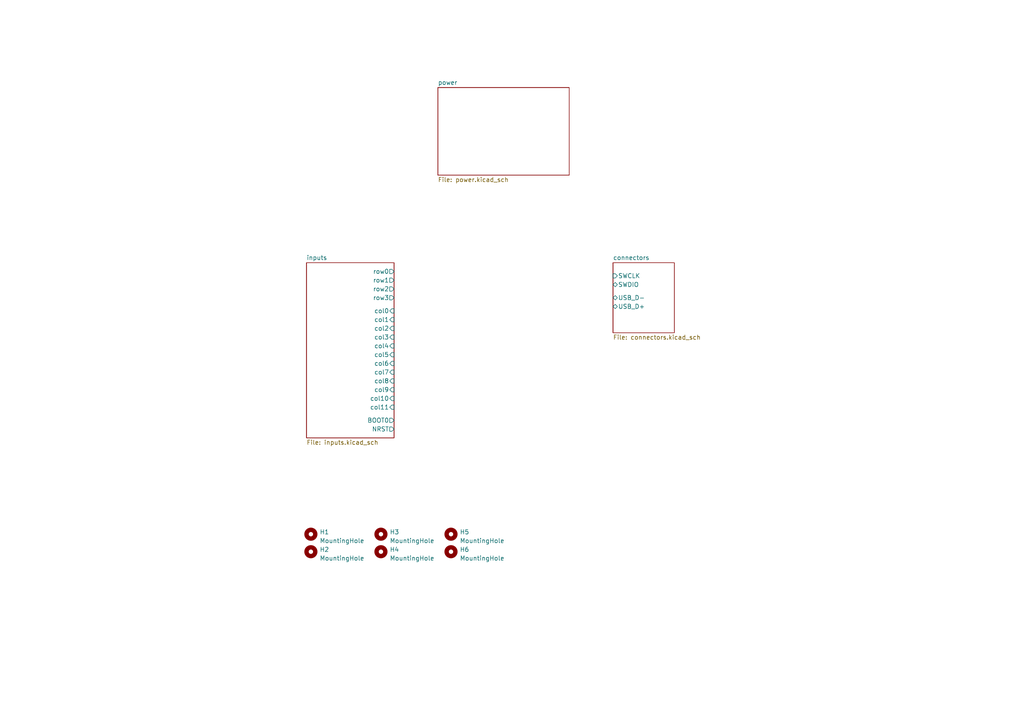
<source format=kicad_sch>
(kicad_sch (version 20230121) (generator eeschema)
  (paper "A4")
  (lib_symbols
    (symbol "Mechanical:MountingHole" (pin_names (offset 1.016))
      (property "Reference" "H" (at 0 5.08 0))
      (property "Value" "MountingHole" (at 0 3.175 0))
      (symbol "MountingHole_0_1"
        (circle (center 0 0) (radius 1.27) (stroke (width 1.27)))
      )
    )
  )
  (symbol (lib_id "Mechanical:MountingHole") (at 90.17 154.94 0) (unit 1)
    (property "Reference" "H1" (at 92.71 154.305 0) (effects (justify left)))
    (property "Value" "MountingHole" (at 92.71 156.845 0) (effects (justify left)))
    (property "Footprint" "MountingHole:MountingHole_3.2mm_M3" (effects hide))
  )
  (symbol (lib_id "Mechanical:MountingHole") (at 110.49 154.94 0) (unit 1)
    (property "Reference" "H3" (at 113.03 154.305 0) (effects (justify left)))
    (property "Value" "MountingHole" (at 113.03 156.845 0) (effects (justify left)))
    (property "Footprint" "MountingHole:MountingHole_3.2mm_M3" (effects hide))
  )
  (symbol (lib_id "Mechanical:MountingHole") (at 110.49 160.02 0) (unit 1)
    (property "Reference" "H4" (at 113.03 159.385 0) (effects (justify left)))
    (property "Value" "MountingHole" (at 113.03 161.925 0) (effects (justify left)))
    (property "Footprint" "MountingHole:MountingHole_3.2mm_M3" (effects hide))
  )
  (symbol (lib_id "Mechanical:MountingHole") (at 130.81 154.94 0) (unit 1)
    (property "Reference" "H5" (at 133.35 154.305 0) (effects (justify left)))
    (property "Value" "MountingHole" (at 133.35 156.845 0) (effects (justify left)))
    (property "Footprint" "MountingHole:MountingHole_3.2mm_M3" (effects hide))
  )
  (symbol (lib_id "Mechanical:MountingHole") (at 130.81 160.02 0) (unit 1)
    (property "Reference" "H6" (at 133.35 159.385 0) (effects (justify left)))
    (property "Value" "MountingHole" (at 133.35 161.925 0) (effects (justify left)))
    (property "Footprint" "MountingHole:MountingHole_3.2mm_M3" (effects hide))
  )
  (symbol (lib_id "Mechanical:MountingHole") (at 90.17 160.02 0) (unit 1)
    (property "Reference" "H2" (at 92.71 159.385 0) (effects (justify left)))
    (property "Value" "MountingHole" (at 92.71 161.925 0) (effects (justify left)))
    (property "Footprint" "MountingHole:MountingHole_3.2mm_M3" (effects hide))
  )
  (sheet (at 88.9 76.2) (size 25.4 50.8) (stroke (width 0.1524))
    (property "Sheetname" "inputs" (at 88.9 75.4884 0) (effects (justify left bottom)))
    (property "Sheetfile" "inputs.kicad_sch" (at 88.9 127.5846 0) (effects (justify left top)))
    (pin "col7" input (at 114.3 107.95 0))
    (pin "col10" input (at 114.3 115.57 0))
    (pin "col9" input (at 114.3 113.03 0))
    (pin "col8" input (at 114.3 110.49 0))
    (pin "col4" input (at 114.3 100.33 0))
    (pin "col5" input (at 114.3 102.87 0))
    (pin "col3" input (at 114.3 97.79 0))
    (pin "col6" input (at 114.3 105.41 0))
    (pin "col0" input (at 114.3 90.17 0))
    (pin "col1" input (at 114.3 92.71 0))
    (pin "col2" input (at 114.3 95.25 0))
    (pin "col11" input (at 114.3 118.11 0))
    (pin "row1" output (at 114.3 81.28 0))
    (pin "row2" output (at 114.3 83.82 0))
    (pin "row0" output (at 114.3 78.74 0))
    (pin "BOOT0" output (at 114.3 121.92 0))
    (pin "row3" output (at 114.3 86.36 0))
    (pin "NRST" output (at 114.3 124.46 0))
  )
  (sheet (at 127 25.4) (size 38.1 25.4) (stroke (width 0.1524))
    (property "Sheetname" "power" (at 127 24.6884 0) (effects (justify left bottom)))
    (property "Sheetfile" "power.kicad_sch" (at 127 51.3846 0) (effects (justify left top)))
  )
  (sheet (at 177.8 76.2) (size 17.78 20.32) (stroke (width 0.1524))
    (property "Sheetname" "connectors" (at 177.8 75.4884 0) (effects (justify left bottom)))
    (property "Sheetfile" "connectors.kicad_sch" (at 177.8 97.1046 0) (effects (justify left top)))
    (pin "SWDIO" bidirectional (at 177.8 82.55 180))
    (pin "USB_D-" bidirectional (at 177.8 86.36 180))
    (pin "USB_D+" bidirectional (at 177.8 88.9 180))
    (pin "SWCLK" input (at 177.8 80.01 180))
  )
)
</source>
